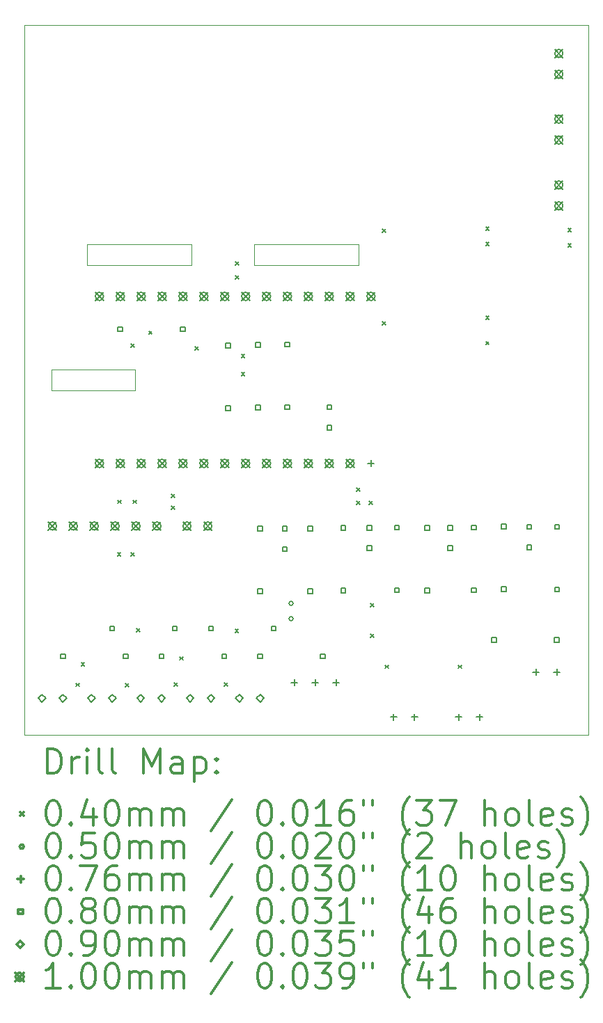
<source format=gbr>
%FSLAX45Y45*%
G04 Gerber Fmt 4.5, Leading zero omitted, Abs format (unit mm)*
G04 Created by KiCad (PCBNEW (5.1.4)-1) date 2019-12-06 09:41:00*
%MOMM*%
%LPD*%
G04 APERTURE LIST*
%ADD10C,0.100000*%
%ADD11C,0.200000*%
%ADD12C,0.300000*%
G04 APERTURE END LIST*
D10*
X4032600Y-4667000D02*
X4032600Y-4921000D01*
X2762600Y-4667000D02*
X2762600Y-4921000D01*
X2762600Y-4667000D02*
X4032600Y-4667000D01*
X2762600Y-4921000D02*
X4032600Y-4921000D01*
X4794000Y-4921000D02*
X4794000Y-4667000D01*
X6064000Y-4667000D02*
X6064000Y-4921000D01*
X4794000Y-4667000D02*
X6064000Y-4667000D01*
X4794000Y-4921000D02*
X6064000Y-4921000D01*
X2330200Y-6445000D02*
X3346200Y-6445000D01*
X3346200Y-6191000D02*
X2330200Y-6191000D01*
X2330200Y-6191000D02*
X2330200Y-6445000D01*
X2000000Y-10636000D02*
X8858000Y-10636000D01*
X8858000Y-2000000D02*
X8858000Y-10636000D01*
X2000000Y-2000000D02*
X2000000Y-10636000D01*
X3346200Y-6191000D02*
X3346200Y-6445000D01*
X2000000Y-2000000D02*
X8858000Y-2000000D01*
D11*
X2628000Y-10008000D02*
X2668000Y-10048000D01*
X2668000Y-10008000D02*
X2628000Y-10048000D01*
X2693000Y-9755000D02*
X2733000Y-9795000D01*
X2733000Y-9755000D02*
X2693000Y-9795000D01*
X3132000Y-8423000D02*
X3172000Y-8463000D01*
X3172000Y-8423000D02*
X3132000Y-8463000D01*
X3137000Y-7780000D02*
X3177000Y-7820000D01*
X3177000Y-7780000D02*
X3137000Y-7820000D01*
X3228000Y-10009000D02*
X3268000Y-10049000D01*
X3268000Y-10009000D02*
X3228000Y-10049000D01*
X3300000Y-5882000D02*
X3340000Y-5922000D01*
X3340000Y-5882000D02*
X3300000Y-5922000D01*
X3301000Y-8423000D02*
X3341000Y-8463000D01*
X3341000Y-8423000D02*
X3301000Y-8463000D01*
X3301000Y-8423000D02*
X3341000Y-8463000D01*
X3341000Y-8423000D02*
X3301000Y-8463000D01*
X3322000Y-7780000D02*
X3362000Y-7820000D01*
X3362000Y-7780000D02*
X3322000Y-7820000D01*
X3368000Y-9345000D02*
X3408000Y-9385000D01*
X3408000Y-9345000D02*
X3368000Y-9385000D01*
X3514000Y-5723000D02*
X3554000Y-5763000D01*
X3554000Y-5723000D02*
X3514000Y-5763000D01*
X3789000Y-7707000D02*
X3829000Y-7747000D01*
X3829000Y-7707000D02*
X3789000Y-7747000D01*
X3789000Y-7852500D02*
X3829000Y-7892500D01*
X3829000Y-7852500D02*
X3789000Y-7892500D01*
X3822000Y-10001000D02*
X3862000Y-10041000D01*
X3862000Y-10001000D02*
X3822000Y-10041000D01*
X3889000Y-9685000D02*
X3929000Y-9725000D01*
X3929000Y-9685000D02*
X3889000Y-9725000D01*
X4075000Y-5912000D02*
X4115000Y-5952000D01*
X4115000Y-5912000D02*
X4075000Y-5952000D01*
X4431000Y-10005000D02*
X4471000Y-10045000D01*
X4471000Y-10005000D02*
X4431000Y-10045000D01*
X4565000Y-9354000D02*
X4605000Y-9394000D01*
X4605000Y-9354000D02*
X4565000Y-9394000D01*
X4567000Y-4879000D02*
X4607000Y-4919000D01*
X4607000Y-4879000D02*
X4567000Y-4919000D01*
X4567000Y-5051500D02*
X4607000Y-5091500D01*
X4607000Y-5051500D02*
X4567000Y-5091500D01*
X4640000Y-6010000D02*
X4680000Y-6050000D01*
X4680000Y-6010000D02*
X4640000Y-6050000D01*
X4640000Y-6230000D02*
X4680000Y-6270000D01*
X4680000Y-6230000D02*
X4640000Y-6270000D01*
X6044000Y-7635000D02*
X6084000Y-7675000D01*
X6084000Y-7635000D02*
X6044000Y-7675000D01*
X6044000Y-7792500D02*
X6084000Y-7832500D01*
X6084000Y-7792500D02*
X6044000Y-7832500D01*
X6196000Y-7792500D02*
X6236000Y-7832500D01*
X6236000Y-7792500D02*
X6196000Y-7832500D01*
X6213000Y-9036000D02*
X6253000Y-9076000D01*
X6253000Y-9036000D02*
X6213000Y-9076000D01*
X6213000Y-9409000D02*
X6253000Y-9449000D01*
X6253000Y-9409000D02*
X6213000Y-9449000D01*
X6355000Y-5609000D02*
X6395000Y-5649000D01*
X6395000Y-5609000D02*
X6355000Y-5649000D01*
X6356000Y-4486000D02*
X6396000Y-4526000D01*
X6396000Y-4486000D02*
X6356000Y-4526000D01*
X6390000Y-9788000D02*
X6430000Y-9828000D01*
X6430000Y-9788000D02*
X6390000Y-9828000D01*
X7277000Y-9788000D02*
X7317000Y-9828000D01*
X7317000Y-9788000D02*
X7277000Y-9828000D01*
X7611000Y-4455000D02*
X7651000Y-4495000D01*
X7651000Y-4455000D02*
X7611000Y-4495000D01*
X7611000Y-4642000D02*
X7651000Y-4682000D01*
X7651000Y-4642000D02*
X7611000Y-4682000D01*
X7611000Y-5539000D02*
X7651000Y-5579000D01*
X7651000Y-5539000D02*
X7611000Y-5579000D01*
X7611000Y-5850000D02*
X7651000Y-5890000D01*
X7651000Y-5850000D02*
X7611000Y-5890000D01*
X8611000Y-4476000D02*
X8651000Y-4516000D01*
X8651000Y-4476000D02*
X8611000Y-4516000D01*
X8611000Y-4661000D02*
X8651000Y-4701000D01*
X8651000Y-4661000D02*
X8611000Y-4701000D01*
X5268500Y-9036500D02*
G75*
G03X5268500Y-9036500I-25000J0D01*
G01*
X5268500Y-9223500D02*
G75*
G03X5268500Y-9223500I-25000J0D01*
G01*
X6216500Y-7295900D02*
X6216500Y-7372100D01*
X6178400Y-7334000D02*
X6254600Y-7334000D01*
X5286000Y-9961900D02*
X5286000Y-10038100D01*
X5247900Y-10000000D02*
X5324100Y-10000000D01*
X5540000Y-9961900D02*
X5540000Y-10038100D01*
X5501900Y-10000000D02*
X5578100Y-10000000D01*
X5794000Y-9961900D02*
X5794000Y-10038100D01*
X5755900Y-10000000D02*
X5832100Y-10000000D01*
X6493000Y-10381900D02*
X6493000Y-10458100D01*
X6454900Y-10420000D02*
X6531100Y-10420000D01*
X6747000Y-10381900D02*
X6747000Y-10458100D01*
X6708900Y-10420000D02*
X6785100Y-10420000D01*
X8223000Y-9834400D02*
X8223000Y-9910600D01*
X8184900Y-9872500D02*
X8261100Y-9872500D01*
X8477000Y-9834400D02*
X8477000Y-9910600D01*
X8438900Y-9872500D02*
X8515100Y-9872500D01*
X7283000Y-10381900D02*
X7283000Y-10458100D01*
X7244900Y-10420000D02*
X7321100Y-10420000D01*
X7537000Y-10381900D02*
X7537000Y-10458100D01*
X7498900Y-10420000D02*
X7575100Y-10420000D01*
X4897285Y-8154284D02*
X4897285Y-8097715D01*
X4840716Y-8097715D01*
X4840716Y-8154284D01*
X4897285Y-8154284D01*
X4897285Y-8916285D02*
X4897285Y-8859716D01*
X4840716Y-8859716D01*
X4840716Y-8916285D01*
X4897285Y-8916285D01*
X4298285Y-9369285D02*
X4298285Y-9312716D01*
X4241716Y-9312716D01*
X4241716Y-9369285D01*
X4298285Y-9369285D01*
X5060285Y-9369285D02*
X5060285Y-9312716D01*
X5003716Y-9312716D01*
X5003716Y-9369285D01*
X5060285Y-9369285D01*
X7743284Y-9508285D02*
X7743284Y-9451716D01*
X7686715Y-9451716D01*
X7686715Y-9508285D01*
X7743284Y-9508285D01*
X8505285Y-9508285D02*
X8505285Y-9451716D01*
X8448716Y-9451716D01*
X8448716Y-9508285D01*
X8505285Y-9508285D01*
X4898285Y-9709285D02*
X4898285Y-9652716D01*
X4841716Y-9652716D01*
X4841716Y-9709285D01*
X4898285Y-9709285D01*
X5660284Y-9709285D02*
X5660284Y-9652716D01*
X5603715Y-9652716D01*
X5603715Y-9709285D01*
X5660284Y-9709285D01*
X2498285Y-9708285D02*
X2498285Y-9651716D01*
X2441716Y-9651716D01*
X2441716Y-9708285D01*
X2498285Y-9708285D01*
X3260284Y-9708285D02*
X3260284Y-9651716D01*
X3203715Y-9651716D01*
X3203715Y-9708285D01*
X3260284Y-9708285D01*
X3698284Y-9708285D02*
X3698284Y-9651716D01*
X3641715Y-9651716D01*
X3641715Y-9708285D01*
X3698284Y-9708285D01*
X4460285Y-9708285D02*
X4460285Y-9651716D01*
X4403716Y-9651716D01*
X4403716Y-9708285D01*
X4460285Y-9708285D01*
X8507285Y-8134284D02*
X8507285Y-8077715D01*
X8450716Y-8077715D01*
X8450716Y-8134284D01*
X8507285Y-8134284D01*
X8507285Y-8896285D02*
X8507285Y-8839716D01*
X8450716Y-8839716D01*
X8450716Y-8896285D01*
X8507285Y-8896285D01*
X7207284Y-8144284D02*
X7207284Y-8087715D01*
X7150715Y-8087715D01*
X7150715Y-8144284D01*
X7207284Y-8144284D01*
X7207284Y-8394285D02*
X7207284Y-8337715D01*
X7150715Y-8337715D01*
X7150715Y-8394285D01*
X7207284Y-8394285D01*
X5738284Y-6678284D02*
X5738284Y-6621715D01*
X5681715Y-6621715D01*
X5681715Y-6678284D01*
X5738284Y-6678284D01*
X5738284Y-6928284D02*
X5738284Y-6871715D01*
X5681715Y-6871715D01*
X5681715Y-6928284D01*
X5738284Y-6928284D01*
X5907284Y-8144284D02*
X5907284Y-8087715D01*
X5850715Y-8087715D01*
X5850715Y-8144284D01*
X5907284Y-8144284D01*
X5907284Y-8906285D02*
X5907284Y-8849716D01*
X5850715Y-8849716D01*
X5850715Y-8906285D01*
X5907284Y-8906285D01*
X5228285Y-5916284D02*
X5228285Y-5859715D01*
X5171716Y-5859715D01*
X5171716Y-5916284D01*
X5228285Y-5916284D01*
X5228285Y-6678284D02*
X5228285Y-6621715D01*
X5171716Y-6621715D01*
X5171716Y-6678284D01*
X5228285Y-6678284D01*
X4508285Y-5926284D02*
X4508285Y-5869715D01*
X4451716Y-5869715D01*
X4451716Y-5926284D01*
X4508285Y-5926284D01*
X4508285Y-6688284D02*
X4508285Y-6631715D01*
X4451716Y-6631715D01*
X4451716Y-6688284D01*
X4508285Y-6688284D01*
X5507285Y-8152284D02*
X5507285Y-8095715D01*
X5450716Y-8095715D01*
X5450716Y-8152284D01*
X5507285Y-8152284D01*
X5507285Y-8914285D02*
X5507285Y-8857716D01*
X5450716Y-8857716D01*
X5450716Y-8914285D01*
X5507285Y-8914285D01*
X7857284Y-8132284D02*
X7857284Y-8075715D01*
X7800715Y-8075715D01*
X7800715Y-8132284D01*
X7857284Y-8132284D01*
X7857284Y-8894285D02*
X7857284Y-8837716D01*
X7800715Y-8837716D01*
X7800715Y-8894285D01*
X7857284Y-8894285D01*
X5197285Y-8154284D02*
X5197285Y-8097715D01*
X5140716Y-8097715D01*
X5140716Y-8154284D01*
X5197285Y-8154284D01*
X5197285Y-8404285D02*
X5197285Y-8347715D01*
X5140716Y-8347715D01*
X5140716Y-8404285D01*
X5197285Y-8404285D01*
X4868285Y-5918284D02*
X4868285Y-5861715D01*
X4811716Y-5861715D01*
X4811716Y-5918284D01*
X4868285Y-5918284D01*
X4868285Y-6680284D02*
X4868285Y-6623715D01*
X4811716Y-6623715D01*
X4811716Y-6680284D01*
X4868285Y-6680284D01*
X8167284Y-8134284D02*
X8167284Y-8077715D01*
X8110715Y-8077715D01*
X8110715Y-8134284D01*
X8167284Y-8134284D01*
X8167284Y-8384284D02*
X8167284Y-8327715D01*
X8110715Y-8327715D01*
X8110715Y-8384284D01*
X8167284Y-8384284D01*
X7497284Y-8142284D02*
X7497284Y-8085715D01*
X7440715Y-8085715D01*
X7440715Y-8142284D01*
X7497284Y-8142284D01*
X7497284Y-8904285D02*
X7497284Y-8847716D01*
X7440715Y-8847716D01*
X7440715Y-8904285D01*
X7497284Y-8904285D01*
X3097284Y-9371285D02*
X3097284Y-9314716D01*
X3040715Y-9314716D01*
X3040715Y-9371285D01*
X3097284Y-9371285D01*
X3859284Y-9371285D02*
X3859284Y-9314716D01*
X3802715Y-9314716D01*
X3802715Y-9371285D01*
X3859284Y-9371285D01*
X6558284Y-8143284D02*
X6558284Y-8086715D01*
X6501715Y-8086715D01*
X6501715Y-8143284D01*
X6558284Y-8143284D01*
X6558284Y-8905285D02*
X6558284Y-8848716D01*
X6501715Y-8848716D01*
X6501715Y-8905285D01*
X6558284Y-8905285D01*
X6927284Y-8144284D02*
X6927284Y-8087715D01*
X6870715Y-8087715D01*
X6870715Y-8144284D01*
X6927284Y-8144284D01*
X6927284Y-8906285D02*
X6927284Y-8849716D01*
X6870715Y-8849716D01*
X6870715Y-8906285D01*
X6927284Y-8906285D01*
X3196284Y-5728284D02*
X3196284Y-5671715D01*
X3139715Y-5671715D01*
X3139715Y-5728284D01*
X3196284Y-5728284D01*
X3958284Y-5728284D02*
X3958284Y-5671715D01*
X3901715Y-5671715D01*
X3901715Y-5728284D01*
X3958284Y-5728284D01*
X6227284Y-8144284D02*
X6227284Y-8087715D01*
X6170715Y-8087715D01*
X6170715Y-8144284D01*
X6227284Y-8144284D01*
X6227284Y-8394285D02*
X6227284Y-8337715D01*
X6170715Y-8337715D01*
X6170715Y-8394285D01*
X6227284Y-8394285D01*
X2216000Y-10235000D02*
X2261000Y-10190000D01*
X2216000Y-10145000D01*
X2171000Y-10190000D01*
X2216000Y-10235000D01*
X2470000Y-10235000D02*
X2515000Y-10190000D01*
X2470000Y-10145000D01*
X2425000Y-10190000D01*
X2470000Y-10235000D01*
X4016000Y-10235000D02*
X4061000Y-10190000D01*
X4016000Y-10145000D01*
X3971000Y-10190000D01*
X4016000Y-10235000D01*
X4270000Y-10235000D02*
X4315000Y-10190000D01*
X4270000Y-10145000D01*
X4225000Y-10190000D01*
X4270000Y-10235000D01*
X4616000Y-10235000D02*
X4661000Y-10190000D01*
X4616000Y-10145000D01*
X4571000Y-10190000D01*
X4616000Y-10235000D01*
X4870000Y-10235000D02*
X4915000Y-10190000D01*
X4870000Y-10145000D01*
X4825000Y-10190000D01*
X4870000Y-10235000D01*
X2816000Y-10235000D02*
X2861000Y-10190000D01*
X2816000Y-10145000D01*
X2771000Y-10190000D01*
X2816000Y-10235000D01*
X3070000Y-10235000D02*
X3115000Y-10190000D01*
X3070000Y-10145000D01*
X3025000Y-10190000D01*
X3070000Y-10235000D01*
X3416000Y-10235000D02*
X3461000Y-10190000D01*
X3416000Y-10145000D01*
X3371000Y-10190000D01*
X3416000Y-10235000D01*
X3670000Y-10235000D02*
X3715000Y-10190000D01*
X3670000Y-10145000D01*
X3625000Y-10190000D01*
X3670000Y-10235000D01*
X2293000Y-8046000D02*
X2393000Y-8146000D01*
X2393000Y-8046000D02*
X2293000Y-8146000D01*
X2393000Y-8096000D02*
G75*
G03X2393000Y-8096000I-50000J0D01*
G01*
X2547000Y-8046000D02*
X2647000Y-8146000D01*
X2647000Y-8046000D02*
X2547000Y-8146000D01*
X2647000Y-8096000D02*
G75*
G03X2647000Y-8096000I-50000J0D01*
G01*
X2801000Y-8046000D02*
X2901000Y-8146000D01*
X2901000Y-8046000D02*
X2801000Y-8146000D01*
X2901000Y-8096000D02*
G75*
G03X2901000Y-8096000I-50000J0D01*
G01*
X3055000Y-8046000D02*
X3155000Y-8146000D01*
X3155000Y-8046000D02*
X3055000Y-8146000D01*
X3155000Y-8096000D02*
G75*
G03X3155000Y-8096000I-50000J0D01*
G01*
X3309000Y-8046000D02*
X3409000Y-8146000D01*
X3409000Y-8046000D02*
X3309000Y-8146000D01*
X3409000Y-8096000D02*
G75*
G03X3409000Y-8096000I-50000J0D01*
G01*
X3563000Y-8046000D02*
X3663000Y-8146000D01*
X3663000Y-8046000D02*
X3563000Y-8146000D01*
X3663000Y-8096000D02*
G75*
G03X3663000Y-8096000I-50000J0D01*
G01*
X3929000Y-8046000D02*
X4029000Y-8146000D01*
X4029000Y-8046000D02*
X3929000Y-8146000D01*
X4029000Y-8096000D02*
G75*
G03X4029000Y-8096000I-50000J0D01*
G01*
X4183000Y-8046000D02*
X4283000Y-8146000D01*
X4283000Y-8046000D02*
X4183000Y-8146000D01*
X4283000Y-8096000D02*
G75*
G03X4283000Y-8096000I-50000J0D01*
G01*
X8450000Y-3096000D02*
X8550000Y-3196000D01*
X8550000Y-3096000D02*
X8450000Y-3196000D01*
X8550000Y-3146000D02*
G75*
G03X8550000Y-3146000I-50000J0D01*
G01*
X8450000Y-3350000D02*
X8550000Y-3450000D01*
X8550000Y-3350000D02*
X8450000Y-3450000D01*
X8550000Y-3400000D02*
G75*
G03X8550000Y-3400000I-50000J0D01*
G01*
X8450000Y-2296000D02*
X8550000Y-2396000D01*
X8550000Y-2296000D02*
X8450000Y-2396000D01*
X8550000Y-2346000D02*
G75*
G03X8550000Y-2346000I-50000J0D01*
G01*
X8450000Y-2550000D02*
X8550000Y-2650000D01*
X8550000Y-2550000D02*
X8450000Y-2650000D01*
X8550000Y-2600000D02*
G75*
G03X8550000Y-2600000I-50000J0D01*
G01*
X2864500Y-5252000D02*
X2964500Y-5352000D01*
X2964500Y-5252000D02*
X2864500Y-5352000D01*
X2964500Y-5302000D02*
G75*
G03X2964500Y-5302000I-50000J0D01*
G01*
X2864500Y-7284000D02*
X2964500Y-7384000D01*
X2964500Y-7284000D02*
X2864500Y-7384000D01*
X2964500Y-7334000D02*
G75*
G03X2964500Y-7334000I-50000J0D01*
G01*
X3118500Y-5252000D02*
X3218500Y-5352000D01*
X3218500Y-5252000D02*
X3118500Y-5352000D01*
X3218500Y-5302000D02*
G75*
G03X3218500Y-5302000I-50000J0D01*
G01*
X3118500Y-7284000D02*
X3218500Y-7384000D01*
X3218500Y-7284000D02*
X3118500Y-7384000D01*
X3218500Y-7334000D02*
G75*
G03X3218500Y-7334000I-50000J0D01*
G01*
X3372500Y-5252000D02*
X3472500Y-5352000D01*
X3472500Y-5252000D02*
X3372500Y-5352000D01*
X3472500Y-5302000D02*
G75*
G03X3472500Y-5302000I-50000J0D01*
G01*
X3372500Y-7284000D02*
X3472500Y-7384000D01*
X3472500Y-7284000D02*
X3372500Y-7384000D01*
X3472500Y-7334000D02*
G75*
G03X3472500Y-7334000I-50000J0D01*
G01*
X3626500Y-5252000D02*
X3726500Y-5352000D01*
X3726500Y-5252000D02*
X3626500Y-5352000D01*
X3726500Y-5302000D02*
G75*
G03X3726500Y-5302000I-50000J0D01*
G01*
X3626500Y-7284000D02*
X3726500Y-7384000D01*
X3726500Y-7284000D02*
X3626500Y-7384000D01*
X3726500Y-7334000D02*
G75*
G03X3726500Y-7334000I-50000J0D01*
G01*
X3880500Y-5252000D02*
X3980500Y-5352000D01*
X3980500Y-5252000D02*
X3880500Y-5352000D01*
X3980500Y-5302000D02*
G75*
G03X3980500Y-5302000I-50000J0D01*
G01*
X3880500Y-7284000D02*
X3980500Y-7384000D01*
X3980500Y-7284000D02*
X3880500Y-7384000D01*
X3980500Y-7334000D02*
G75*
G03X3980500Y-7334000I-50000J0D01*
G01*
X4134500Y-5252000D02*
X4234500Y-5352000D01*
X4234500Y-5252000D02*
X4134500Y-5352000D01*
X4234500Y-5302000D02*
G75*
G03X4234500Y-5302000I-50000J0D01*
G01*
X4134500Y-7284000D02*
X4234500Y-7384000D01*
X4234500Y-7284000D02*
X4134500Y-7384000D01*
X4234500Y-7334000D02*
G75*
G03X4234500Y-7334000I-50000J0D01*
G01*
X4388500Y-5252000D02*
X4488500Y-5352000D01*
X4488500Y-5252000D02*
X4388500Y-5352000D01*
X4488500Y-5302000D02*
G75*
G03X4488500Y-5302000I-50000J0D01*
G01*
X4388500Y-7284000D02*
X4488500Y-7384000D01*
X4488500Y-7284000D02*
X4388500Y-7384000D01*
X4488500Y-7334000D02*
G75*
G03X4488500Y-7334000I-50000J0D01*
G01*
X4642500Y-5252000D02*
X4742500Y-5352000D01*
X4742500Y-5252000D02*
X4642500Y-5352000D01*
X4742500Y-5302000D02*
G75*
G03X4742500Y-5302000I-50000J0D01*
G01*
X4642500Y-7284000D02*
X4742500Y-7384000D01*
X4742500Y-7284000D02*
X4642500Y-7384000D01*
X4742500Y-7334000D02*
G75*
G03X4742500Y-7334000I-50000J0D01*
G01*
X4896500Y-5252000D02*
X4996500Y-5352000D01*
X4996500Y-5252000D02*
X4896500Y-5352000D01*
X4996500Y-5302000D02*
G75*
G03X4996500Y-5302000I-50000J0D01*
G01*
X4896500Y-7284000D02*
X4996500Y-7384000D01*
X4996500Y-7284000D02*
X4896500Y-7384000D01*
X4996500Y-7334000D02*
G75*
G03X4996500Y-7334000I-50000J0D01*
G01*
X5150500Y-5252000D02*
X5250500Y-5352000D01*
X5250500Y-5252000D02*
X5150500Y-5352000D01*
X5250500Y-5302000D02*
G75*
G03X5250500Y-5302000I-50000J0D01*
G01*
X5150500Y-7284000D02*
X5250500Y-7384000D01*
X5250500Y-7284000D02*
X5150500Y-7384000D01*
X5250500Y-7334000D02*
G75*
G03X5250500Y-7334000I-50000J0D01*
G01*
X5404500Y-5252000D02*
X5504500Y-5352000D01*
X5504500Y-5252000D02*
X5404500Y-5352000D01*
X5504500Y-5302000D02*
G75*
G03X5504500Y-5302000I-50000J0D01*
G01*
X5404500Y-7284000D02*
X5504500Y-7384000D01*
X5504500Y-7284000D02*
X5404500Y-7384000D01*
X5504500Y-7334000D02*
G75*
G03X5504500Y-7334000I-50000J0D01*
G01*
X5658500Y-5252000D02*
X5758500Y-5352000D01*
X5758500Y-5252000D02*
X5658500Y-5352000D01*
X5758500Y-5302000D02*
G75*
G03X5758500Y-5302000I-50000J0D01*
G01*
X5658500Y-7284000D02*
X5758500Y-7384000D01*
X5758500Y-7284000D02*
X5658500Y-7384000D01*
X5758500Y-7334000D02*
G75*
G03X5758500Y-7334000I-50000J0D01*
G01*
X5912500Y-5252000D02*
X6012500Y-5352000D01*
X6012500Y-5252000D02*
X5912500Y-5352000D01*
X6012500Y-5302000D02*
G75*
G03X6012500Y-5302000I-50000J0D01*
G01*
X5912500Y-7284000D02*
X6012500Y-7384000D01*
X6012500Y-7284000D02*
X5912500Y-7384000D01*
X6012500Y-7334000D02*
G75*
G03X6012500Y-7334000I-50000J0D01*
G01*
X6166500Y-5252000D02*
X6266500Y-5352000D01*
X6266500Y-5252000D02*
X6166500Y-5352000D01*
X6266500Y-5302000D02*
G75*
G03X6266500Y-5302000I-50000J0D01*
G01*
X8450000Y-3896000D02*
X8550000Y-3996000D01*
X8550000Y-3896000D02*
X8450000Y-3996000D01*
X8550000Y-3946000D02*
G75*
G03X8550000Y-3946000I-50000J0D01*
G01*
X8450000Y-4150000D02*
X8550000Y-4250000D01*
X8550000Y-4150000D02*
X8450000Y-4250000D01*
X8550000Y-4200000D02*
G75*
G03X8550000Y-4200000I-50000J0D01*
G01*
D12*
X2281428Y-11106714D02*
X2281428Y-10806714D01*
X2352857Y-10806714D01*
X2395714Y-10821000D01*
X2424286Y-10849572D01*
X2438571Y-10878143D01*
X2452857Y-10935286D01*
X2452857Y-10978143D01*
X2438571Y-11035286D01*
X2424286Y-11063857D01*
X2395714Y-11092429D01*
X2352857Y-11106714D01*
X2281428Y-11106714D01*
X2581428Y-11106714D02*
X2581428Y-10906714D01*
X2581428Y-10963857D02*
X2595714Y-10935286D01*
X2610000Y-10921000D01*
X2638571Y-10906714D01*
X2667143Y-10906714D01*
X2767143Y-11106714D02*
X2767143Y-10906714D01*
X2767143Y-10806714D02*
X2752857Y-10821000D01*
X2767143Y-10835286D01*
X2781428Y-10821000D01*
X2767143Y-10806714D01*
X2767143Y-10835286D01*
X2952857Y-11106714D02*
X2924286Y-11092429D01*
X2910000Y-11063857D01*
X2910000Y-10806714D01*
X3110000Y-11106714D02*
X3081428Y-11092429D01*
X3067143Y-11063857D01*
X3067143Y-10806714D01*
X3452857Y-11106714D02*
X3452857Y-10806714D01*
X3552857Y-11021000D01*
X3652857Y-10806714D01*
X3652857Y-11106714D01*
X3924286Y-11106714D02*
X3924286Y-10949572D01*
X3910000Y-10921000D01*
X3881428Y-10906714D01*
X3824286Y-10906714D01*
X3795714Y-10921000D01*
X3924286Y-11092429D02*
X3895714Y-11106714D01*
X3824286Y-11106714D01*
X3795714Y-11092429D01*
X3781428Y-11063857D01*
X3781428Y-11035286D01*
X3795714Y-11006714D01*
X3824286Y-10992429D01*
X3895714Y-10992429D01*
X3924286Y-10978143D01*
X4067143Y-10906714D02*
X4067143Y-11206714D01*
X4067143Y-10921000D02*
X4095714Y-10906714D01*
X4152857Y-10906714D01*
X4181428Y-10921000D01*
X4195714Y-10935286D01*
X4210000Y-10963857D01*
X4210000Y-11049572D01*
X4195714Y-11078143D01*
X4181428Y-11092429D01*
X4152857Y-11106714D01*
X4095714Y-11106714D01*
X4067143Y-11092429D01*
X4338571Y-11078143D02*
X4352857Y-11092429D01*
X4338571Y-11106714D01*
X4324286Y-11092429D01*
X4338571Y-11078143D01*
X4338571Y-11106714D01*
X4338571Y-10921000D02*
X4352857Y-10935286D01*
X4338571Y-10949572D01*
X4324286Y-10935286D01*
X4338571Y-10921000D01*
X4338571Y-10949572D01*
X1955000Y-11581000D02*
X1995000Y-11621000D01*
X1995000Y-11581000D02*
X1955000Y-11621000D01*
X2338571Y-11436714D02*
X2367143Y-11436714D01*
X2395714Y-11451000D01*
X2410000Y-11465286D01*
X2424286Y-11493857D01*
X2438571Y-11551000D01*
X2438571Y-11622429D01*
X2424286Y-11679571D01*
X2410000Y-11708143D01*
X2395714Y-11722429D01*
X2367143Y-11736714D01*
X2338571Y-11736714D01*
X2310000Y-11722429D01*
X2295714Y-11708143D01*
X2281428Y-11679571D01*
X2267143Y-11622429D01*
X2267143Y-11551000D01*
X2281428Y-11493857D01*
X2295714Y-11465286D01*
X2310000Y-11451000D01*
X2338571Y-11436714D01*
X2567143Y-11708143D02*
X2581428Y-11722429D01*
X2567143Y-11736714D01*
X2552857Y-11722429D01*
X2567143Y-11708143D01*
X2567143Y-11736714D01*
X2838571Y-11536714D02*
X2838571Y-11736714D01*
X2767143Y-11422429D02*
X2695714Y-11636714D01*
X2881428Y-11636714D01*
X3052857Y-11436714D02*
X3081428Y-11436714D01*
X3110000Y-11451000D01*
X3124286Y-11465286D01*
X3138571Y-11493857D01*
X3152857Y-11551000D01*
X3152857Y-11622429D01*
X3138571Y-11679571D01*
X3124286Y-11708143D01*
X3110000Y-11722429D01*
X3081428Y-11736714D01*
X3052857Y-11736714D01*
X3024286Y-11722429D01*
X3010000Y-11708143D01*
X2995714Y-11679571D01*
X2981428Y-11622429D01*
X2981428Y-11551000D01*
X2995714Y-11493857D01*
X3010000Y-11465286D01*
X3024286Y-11451000D01*
X3052857Y-11436714D01*
X3281428Y-11736714D02*
X3281428Y-11536714D01*
X3281428Y-11565286D02*
X3295714Y-11551000D01*
X3324286Y-11536714D01*
X3367143Y-11536714D01*
X3395714Y-11551000D01*
X3410000Y-11579571D01*
X3410000Y-11736714D01*
X3410000Y-11579571D02*
X3424286Y-11551000D01*
X3452857Y-11536714D01*
X3495714Y-11536714D01*
X3524286Y-11551000D01*
X3538571Y-11579571D01*
X3538571Y-11736714D01*
X3681428Y-11736714D02*
X3681428Y-11536714D01*
X3681428Y-11565286D02*
X3695714Y-11551000D01*
X3724286Y-11536714D01*
X3767143Y-11536714D01*
X3795714Y-11551000D01*
X3810000Y-11579571D01*
X3810000Y-11736714D01*
X3810000Y-11579571D02*
X3824286Y-11551000D01*
X3852857Y-11536714D01*
X3895714Y-11536714D01*
X3924286Y-11551000D01*
X3938571Y-11579571D01*
X3938571Y-11736714D01*
X4524286Y-11422429D02*
X4267143Y-11808143D01*
X4910000Y-11436714D02*
X4938571Y-11436714D01*
X4967143Y-11451000D01*
X4981428Y-11465286D01*
X4995714Y-11493857D01*
X5010000Y-11551000D01*
X5010000Y-11622429D01*
X4995714Y-11679571D01*
X4981428Y-11708143D01*
X4967143Y-11722429D01*
X4938571Y-11736714D01*
X4910000Y-11736714D01*
X4881428Y-11722429D01*
X4867143Y-11708143D01*
X4852857Y-11679571D01*
X4838571Y-11622429D01*
X4838571Y-11551000D01*
X4852857Y-11493857D01*
X4867143Y-11465286D01*
X4881428Y-11451000D01*
X4910000Y-11436714D01*
X5138571Y-11708143D02*
X5152857Y-11722429D01*
X5138571Y-11736714D01*
X5124286Y-11722429D01*
X5138571Y-11708143D01*
X5138571Y-11736714D01*
X5338571Y-11436714D02*
X5367143Y-11436714D01*
X5395714Y-11451000D01*
X5410000Y-11465286D01*
X5424286Y-11493857D01*
X5438571Y-11551000D01*
X5438571Y-11622429D01*
X5424286Y-11679571D01*
X5410000Y-11708143D01*
X5395714Y-11722429D01*
X5367143Y-11736714D01*
X5338571Y-11736714D01*
X5310000Y-11722429D01*
X5295714Y-11708143D01*
X5281428Y-11679571D01*
X5267143Y-11622429D01*
X5267143Y-11551000D01*
X5281428Y-11493857D01*
X5295714Y-11465286D01*
X5310000Y-11451000D01*
X5338571Y-11436714D01*
X5724286Y-11736714D02*
X5552857Y-11736714D01*
X5638571Y-11736714D02*
X5638571Y-11436714D01*
X5610000Y-11479571D01*
X5581428Y-11508143D01*
X5552857Y-11522429D01*
X5981428Y-11436714D02*
X5924286Y-11436714D01*
X5895714Y-11451000D01*
X5881428Y-11465286D01*
X5852857Y-11508143D01*
X5838571Y-11565286D01*
X5838571Y-11679571D01*
X5852857Y-11708143D01*
X5867143Y-11722429D01*
X5895714Y-11736714D01*
X5952857Y-11736714D01*
X5981428Y-11722429D01*
X5995714Y-11708143D01*
X6010000Y-11679571D01*
X6010000Y-11608143D01*
X5995714Y-11579571D01*
X5981428Y-11565286D01*
X5952857Y-11551000D01*
X5895714Y-11551000D01*
X5867143Y-11565286D01*
X5852857Y-11579571D01*
X5838571Y-11608143D01*
X6124286Y-11436714D02*
X6124286Y-11493857D01*
X6238571Y-11436714D02*
X6238571Y-11493857D01*
X6681428Y-11851000D02*
X6667143Y-11836714D01*
X6638571Y-11793857D01*
X6624286Y-11765286D01*
X6610000Y-11722429D01*
X6595714Y-11651000D01*
X6595714Y-11593857D01*
X6610000Y-11522429D01*
X6624286Y-11479571D01*
X6638571Y-11451000D01*
X6667143Y-11408143D01*
X6681428Y-11393857D01*
X6767143Y-11436714D02*
X6952857Y-11436714D01*
X6852857Y-11551000D01*
X6895714Y-11551000D01*
X6924286Y-11565286D01*
X6938571Y-11579571D01*
X6952857Y-11608143D01*
X6952857Y-11679571D01*
X6938571Y-11708143D01*
X6924286Y-11722429D01*
X6895714Y-11736714D01*
X6810000Y-11736714D01*
X6781428Y-11722429D01*
X6767143Y-11708143D01*
X7052857Y-11436714D02*
X7252857Y-11436714D01*
X7124286Y-11736714D01*
X7595714Y-11736714D02*
X7595714Y-11436714D01*
X7724286Y-11736714D02*
X7724286Y-11579571D01*
X7710000Y-11551000D01*
X7681428Y-11536714D01*
X7638571Y-11536714D01*
X7610000Y-11551000D01*
X7595714Y-11565286D01*
X7910000Y-11736714D02*
X7881428Y-11722429D01*
X7867143Y-11708143D01*
X7852857Y-11679571D01*
X7852857Y-11593857D01*
X7867143Y-11565286D01*
X7881428Y-11551000D01*
X7910000Y-11536714D01*
X7952857Y-11536714D01*
X7981428Y-11551000D01*
X7995714Y-11565286D01*
X8010000Y-11593857D01*
X8010000Y-11679571D01*
X7995714Y-11708143D01*
X7981428Y-11722429D01*
X7952857Y-11736714D01*
X7910000Y-11736714D01*
X8181428Y-11736714D02*
X8152857Y-11722429D01*
X8138571Y-11693857D01*
X8138571Y-11436714D01*
X8410000Y-11722429D02*
X8381428Y-11736714D01*
X8324286Y-11736714D01*
X8295714Y-11722429D01*
X8281428Y-11693857D01*
X8281428Y-11579571D01*
X8295714Y-11551000D01*
X8324286Y-11536714D01*
X8381428Y-11536714D01*
X8410000Y-11551000D01*
X8424286Y-11579571D01*
X8424286Y-11608143D01*
X8281428Y-11636714D01*
X8538571Y-11722429D02*
X8567143Y-11736714D01*
X8624286Y-11736714D01*
X8652857Y-11722429D01*
X8667143Y-11693857D01*
X8667143Y-11679571D01*
X8652857Y-11651000D01*
X8624286Y-11636714D01*
X8581428Y-11636714D01*
X8552857Y-11622429D01*
X8538571Y-11593857D01*
X8538571Y-11579571D01*
X8552857Y-11551000D01*
X8581428Y-11536714D01*
X8624286Y-11536714D01*
X8652857Y-11551000D01*
X8767143Y-11851000D02*
X8781428Y-11836714D01*
X8810000Y-11793857D01*
X8824286Y-11765286D01*
X8838571Y-11722429D01*
X8852857Y-11651000D01*
X8852857Y-11593857D01*
X8838571Y-11522429D01*
X8824286Y-11479571D01*
X8810000Y-11451000D01*
X8781428Y-11408143D01*
X8767143Y-11393857D01*
X1995000Y-11997000D02*
G75*
G03X1995000Y-11997000I-25000J0D01*
G01*
X2338571Y-11832714D02*
X2367143Y-11832714D01*
X2395714Y-11847000D01*
X2410000Y-11861286D01*
X2424286Y-11889857D01*
X2438571Y-11947000D01*
X2438571Y-12018429D01*
X2424286Y-12075571D01*
X2410000Y-12104143D01*
X2395714Y-12118429D01*
X2367143Y-12132714D01*
X2338571Y-12132714D01*
X2310000Y-12118429D01*
X2295714Y-12104143D01*
X2281428Y-12075571D01*
X2267143Y-12018429D01*
X2267143Y-11947000D01*
X2281428Y-11889857D01*
X2295714Y-11861286D01*
X2310000Y-11847000D01*
X2338571Y-11832714D01*
X2567143Y-12104143D02*
X2581428Y-12118429D01*
X2567143Y-12132714D01*
X2552857Y-12118429D01*
X2567143Y-12104143D01*
X2567143Y-12132714D01*
X2852857Y-11832714D02*
X2710000Y-11832714D01*
X2695714Y-11975571D01*
X2710000Y-11961286D01*
X2738571Y-11947000D01*
X2810000Y-11947000D01*
X2838571Y-11961286D01*
X2852857Y-11975571D01*
X2867143Y-12004143D01*
X2867143Y-12075571D01*
X2852857Y-12104143D01*
X2838571Y-12118429D01*
X2810000Y-12132714D01*
X2738571Y-12132714D01*
X2710000Y-12118429D01*
X2695714Y-12104143D01*
X3052857Y-11832714D02*
X3081428Y-11832714D01*
X3110000Y-11847000D01*
X3124286Y-11861286D01*
X3138571Y-11889857D01*
X3152857Y-11947000D01*
X3152857Y-12018429D01*
X3138571Y-12075571D01*
X3124286Y-12104143D01*
X3110000Y-12118429D01*
X3081428Y-12132714D01*
X3052857Y-12132714D01*
X3024286Y-12118429D01*
X3010000Y-12104143D01*
X2995714Y-12075571D01*
X2981428Y-12018429D01*
X2981428Y-11947000D01*
X2995714Y-11889857D01*
X3010000Y-11861286D01*
X3024286Y-11847000D01*
X3052857Y-11832714D01*
X3281428Y-12132714D02*
X3281428Y-11932714D01*
X3281428Y-11961286D02*
X3295714Y-11947000D01*
X3324286Y-11932714D01*
X3367143Y-11932714D01*
X3395714Y-11947000D01*
X3410000Y-11975571D01*
X3410000Y-12132714D01*
X3410000Y-11975571D02*
X3424286Y-11947000D01*
X3452857Y-11932714D01*
X3495714Y-11932714D01*
X3524286Y-11947000D01*
X3538571Y-11975571D01*
X3538571Y-12132714D01*
X3681428Y-12132714D02*
X3681428Y-11932714D01*
X3681428Y-11961286D02*
X3695714Y-11947000D01*
X3724286Y-11932714D01*
X3767143Y-11932714D01*
X3795714Y-11947000D01*
X3810000Y-11975571D01*
X3810000Y-12132714D01*
X3810000Y-11975571D02*
X3824286Y-11947000D01*
X3852857Y-11932714D01*
X3895714Y-11932714D01*
X3924286Y-11947000D01*
X3938571Y-11975571D01*
X3938571Y-12132714D01*
X4524286Y-11818429D02*
X4267143Y-12204143D01*
X4910000Y-11832714D02*
X4938571Y-11832714D01*
X4967143Y-11847000D01*
X4981428Y-11861286D01*
X4995714Y-11889857D01*
X5010000Y-11947000D01*
X5010000Y-12018429D01*
X4995714Y-12075571D01*
X4981428Y-12104143D01*
X4967143Y-12118429D01*
X4938571Y-12132714D01*
X4910000Y-12132714D01*
X4881428Y-12118429D01*
X4867143Y-12104143D01*
X4852857Y-12075571D01*
X4838571Y-12018429D01*
X4838571Y-11947000D01*
X4852857Y-11889857D01*
X4867143Y-11861286D01*
X4881428Y-11847000D01*
X4910000Y-11832714D01*
X5138571Y-12104143D02*
X5152857Y-12118429D01*
X5138571Y-12132714D01*
X5124286Y-12118429D01*
X5138571Y-12104143D01*
X5138571Y-12132714D01*
X5338571Y-11832714D02*
X5367143Y-11832714D01*
X5395714Y-11847000D01*
X5410000Y-11861286D01*
X5424286Y-11889857D01*
X5438571Y-11947000D01*
X5438571Y-12018429D01*
X5424286Y-12075571D01*
X5410000Y-12104143D01*
X5395714Y-12118429D01*
X5367143Y-12132714D01*
X5338571Y-12132714D01*
X5310000Y-12118429D01*
X5295714Y-12104143D01*
X5281428Y-12075571D01*
X5267143Y-12018429D01*
X5267143Y-11947000D01*
X5281428Y-11889857D01*
X5295714Y-11861286D01*
X5310000Y-11847000D01*
X5338571Y-11832714D01*
X5552857Y-11861286D02*
X5567143Y-11847000D01*
X5595714Y-11832714D01*
X5667143Y-11832714D01*
X5695714Y-11847000D01*
X5710000Y-11861286D01*
X5724286Y-11889857D01*
X5724286Y-11918429D01*
X5710000Y-11961286D01*
X5538571Y-12132714D01*
X5724286Y-12132714D01*
X5910000Y-11832714D02*
X5938571Y-11832714D01*
X5967143Y-11847000D01*
X5981428Y-11861286D01*
X5995714Y-11889857D01*
X6010000Y-11947000D01*
X6010000Y-12018429D01*
X5995714Y-12075571D01*
X5981428Y-12104143D01*
X5967143Y-12118429D01*
X5938571Y-12132714D01*
X5910000Y-12132714D01*
X5881428Y-12118429D01*
X5867143Y-12104143D01*
X5852857Y-12075571D01*
X5838571Y-12018429D01*
X5838571Y-11947000D01*
X5852857Y-11889857D01*
X5867143Y-11861286D01*
X5881428Y-11847000D01*
X5910000Y-11832714D01*
X6124286Y-11832714D02*
X6124286Y-11889857D01*
X6238571Y-11832714D02*
X6238571Y-11889857D01*
X6681428Y-12247000D02*
X6667143Y-12232714D01*
X6638571Y-12189857D01*
X6624286Y-12161286D01*
X6610000Y-12118429D01*
X6595714Y-12047000D01*
X6595714Y-11989857D01*
X6610000Y-11918429D01*
X6624286Y-11875571D01*
X6638571Y-11847000D01*
X6667143Y-11804143D01*
X6681428Y-11789857D01*
X6781428Y-11861286D02*
X6795714Y-11847000D01*
X6824286Y-11832714D01*
X6895714Y-11832714D01*
X6924286Y-11847000D01*
X6938571Y-11861286D01*
X6952857Y-11889857D01*
X6952857Y-11918429D01*
X6938571Y-11961286D01*
X6767143Y-12132714D01*
X6952857Y-12132714D01*
X7310000Y-12132714D02*
X7310000Y-11832714D01*
X7438571Y-12132714D02*
X7438571Y-11975571D01*
X7424286Y-11947000D01*
X7395714Y-11932714D01*
X7352857Y-11932714D01*
X7324286Y-11947000D01*
X7310000Y-11961286D01*
X7624286Y-12132714D02*
X7595714Y-12118429D01*
X7581428Y-12104143D01*
X7567143Y-12075571D01*
X7567143Y-11989857D01*
X7581428Y-11961286D01*
X7595714Y-11947000D01*
X7624286Y-11932714D01*
X7667143Y-11932714D01*
X7695714Y-11947000D01*
X7710000Y-11961286D01*
X7724286Y-11989857D01*
X7724286Y-12075571D01*
X7710000Y-12104143D01*
X7695714Y-12118429D01*
X7667143Y-12132714D01*
X7624286Y-12132714D01*
X7895714Y-12132714D02*
X7867143Y-12118429D01*
X7852857Y-12089857D01*
X7852857Y-11832714D01*
X8124286Y-12118429D02*
X8095714Y-12132714D01*
X8038571Y-12132714D01*
X8010000Y-12118429D01*
X7995714Y-12089857D01*
X7995714Y-11975571D01*
X8010000Y-11947000D01*
X8038571Y-11932714D01*
X8095714Y-11932714D01*
X8124286Y-11947000D01*
X8138571Y-11975571D01*
X8138571Y-12004143D01*
X7995714Y-12032714D01*
X8252857Y-12118429D02*
X8281428Y-12132714D01*
X8338571Y-12132714D01*
X8367143Y-12118429D01*
X8381428Y-12089857D01*
X8381428Y-12075571D01*
X8367143Y-12047000D01*
X8338571Y-12032714D01*
X8295714Y-12032714D01*
X8267143Y-12018429D01*
X8252857Y-11989857D01*
X8252857Y-11975571D01*
X8267143Y-11947000D01*
X8295714Y-11932714D01*
X8338571Y-11932714D01*
X8367143Y-11947000D01*
X8481428Y-12247000D02*
X8495714Y-12232714D01*
X8524286Y-12189857D01*
X8538571Y-12161286D01*
X8552857Y-12118429D01*
X8567143Y-12047000D01*
X8567143Y-11989857D01*
X8552857Y-11918429D01*
X8538571Y-11875571D01*
X8524286Y-11847000D01*
X8495714Y-11804143D01*
X8481428Y-11789857D01*
X1956900Y-12354900D02*
X1956900Y-12431100D01*
X1918800Y-12393000D02*
X1995000Y-12393000D01*
X2338571Y-12228714D02*
X2367143Y-12228714D01*
X2395714Y-12243000D01*
X2410000Y-12257286D01*
X2424286Y-12285857D01*
X2438571Y-12343000D01*
X2438571Y-12414429D01*
X2424286Y-12471571D01*
X2410000Y-12500143D01*
X2395714Y-12514429D01*
X2367143Y-12528714D01*
X2338571Y-12528714D01*
X2310000Y-12514429D01*
X2295714Y-12500143D01*
X2281428Y-12471571D01*
X2267143Y-12414429D01*
X2267143Y-12343000D01*
X2281428Y-12285857D01*
X2295714Y-12257286D01*
X2310000Y-12243000D01*
X2338571Y-12228714D01*
X2567143Y-12500143D02*
X2581428Y-12514429D01*
X2567143Y-12528714D01*
X2552857Y-12514429D01*
X2567143Y-12500143D01*
X2567143Y-12528714D01*
X2681428Y-12228714D02*
X2881428Y-12228714D01*
X2752857Y-12528714D01*
X3124286Y-12228714D02*
X3067143Y-12228714D01*
X3038571Y-12243000D01*
X3024286Y-12257286D01*
X2995714Y-12300143D01*
X2981428Y-12357286D01*
X2981428Y-12471571D01*
X2995714Y-12500143D01*
X3010000Y-12514429D01*
X3038571Y-12528714D01*
X3095714Y-12528714D01*
X3124286Y-12514429D01*
X3138571Y-12500143D01*
X3152857Y-12471571D01*
X3152857Y-12400143D01*
X3138571Y-12371571D01*
X3124286Y-12357286D01*
X3095714Y-12343000D01*
X3038571Y-12343000D01*
X3010000Y-12357286D01*
X2995714Y-12371571D01*
X2981428Y-12400143D01*
X3281428Y-12528714D02*
X3281428Y-12328714D01*
X3281428Y-12357286D02*
X3295714Y-12343000D01*
X3324286Y-12328714D01*
X3367143Y-12328714D01*
X3395714Y-12343000D01*
X3410000Y-12371571D01*
X3410000Y-12528714D01*
X3410000Y-12371571D02*
X3424286Y-12343000D01*
X3452857Y-12328714D01*
X3495714Y-12328714D01*
X3524286Y-12343000D01*
X3538571Y-12371571D01*
X3538571Y-12528714D01*
X3681428Y-12528714D02*
X3681428Y-12328714D01*
X3681428Y-12357286D02*
X3695714Y-12343000D01*
X3724286Y-12328714D01*
X3767143Y-12328714D01*
X3795714Y-12343000D01*
X3810000Y-12371571D01*
X3810000Y-12528714D01*
X3810000Y-12371571D02*
X3824286Y-12343000D01*
X3852857Y-12328714D01*
X3895714Y-12328714D01*
X3924286Y-12343000D01*
X3938571Y-12371571D01*
X3938571Y-12528714D01*
X4524286Y-12214429D02*
X4267143Y-12600143D01*
X4910000Y-12228714D02*
X4938571Y-12228714D01*
X4967143Y-12243000D01*
X4981428Y-12257286D01*
X4995714Y-12285857D01*
X5010000Y-12343000D01*
X5010000Y-12414429D01*
X4995714Y-12471571D01*
X4981428Y-12500143D01*
X4967143Y-12514429D01*
X4938571Y-12528714D01*
X4910000Y-12528714D01*
X4881428Y-12514429D01*
X4867143Y-12500143D01*
X4852857Y-12471571D01*
X4838571Y-12414429D01*
X4838571Y-12343000D01*
X4852857Y-12285857D01*
X4867143Y-12257286D01*
X4881428Y-12243000D01*
X4910000Y-12228714D01*
X5138571Y-12500143D02*
X5152857Y-12514429D01*
X5138571Y-12528714D01*
X5124286Y-12514429D01*
X5138571Y-12500143D01*
X5138571Y-12528714D01*
X5338571Y-12228714D02*
X5367143Y-12228714D01*
X5395714Y-12243000D01*
X5410000Y-12257286D01*
X5424286Y-12285857D01*
X5438571Y-12343000D01*
X5438571Y-12414429D01*
X5424286Y-12471571D01*
X5410000Y-12500143D01*
X5395714Y-12514429D01*
X5367143Y-12528714D01*
X5338571Y-12528714D01*
X5310000Y-12514429D01*
X5295714Y-12500143D01*
X5281428Y-12471571D01*
X5267143Y-12414429D01*
X5267143Y-12343000D01*
X5281428Y-12285857D01*
X5295714Y-12257286D01*
X5310000Y-12243000D01*
X5338571Y-12228714D01*
X5538571Y-12228714D02*
X5724286Y-12228714D01*
X5624286Y-12343000D01*
X5667143Y-12343000D01*
X5695714Y-12357286D01*
X5710000Y-12371571D01*
X5724286Y-12400143D01*
X5724286Y-12471571D01*
X5710000Y-12500143D01*
X5695714Y-12514429D01*
X5667143Y-12528714D01*
X5581428Y-12528714D01*
X5552857Y-12514429D01*
X5538571Y-12500143D01*
X5910000Y-12228714D02*
X5938571Y-12228714D01*
X5967143Y-12243000D01*
X5981428Y-12257286D01*
X5995714Y-12285857D01*
X6010000Y-12343000D01*
X6010000Y-12414429D01*
X5995714Y-12471571D01*
X5981428Y-12500143D01*
X5967143Y-12514429D01*
X5938571Y-12528714D01*
X5910000Y-12528714D01*
X5881428Y-12514429D01*
X5867143Y-12500143D01*
X5852857Y-12471571D01*
X5838571Y-12414429D01*
X5838571Y-12343000D01*
X5852857Y-12285857D01*
X5867143Y-12257286D01*
X5881428Y-12243000D01*
X5910000Y-12228714D01*
X6124286Y-12228714D02*
X6124286Y-12285857D01*
X6238571Y-12228714D02*
X6238571Y-12285857D01*
X6681428Y-12643000D02*
X6667143Y-12628714D01*
X6638571Y-12585857D01*
X6624286Y-12557286D01*
X6610000Y-12514429D01*
X6595714Y-12443000D01*
X6595714Y-12385857D01*
X6610000Y-12314429D01*
X6624286Y-12271571D01*
X6638571Y-12243000D01*
X6667143Y-12200143D01*
X6681428Y-12185857D01*
X6952857Y-12528714D02*
X6781428Y-12528714D01*
X6867143Y-12528714D02*
X6867143Y-12228714D01*
X6838571Y-12271571D01*
X6810000Y-12300143D01*
X6781428Y-12314429D01*
X7138571Y-12228714D02*
X7167143Y-12228714D01*
X7195714Y-12243000D01*
X7210000Y-12257286D01*
X7224286Y-12285857D01*
X7238571Y-12343000D01*
X7238571Y-12414429D01*
X7224286Y-12471571D01*
X7210000Y-12500143D01*
X7195714Y-12514429D01*
X7167143Y-12528714D01*
X7138571Y-12528714D01*
X7110000Y-12514429D01*
X7095714Y-12500143D01*
X7081428Y-12471571D01*
X7067143Y-12414429D01*
X7067143Y-12343000D01*
X7081428Y-12285857D01*
X7095714Y-12257286D01*
X7110000Y-12243000D01*
X7138571Y-12228714D01*
X7595714Y-12528714D02*
X7595714Y-12228714D01*
X7724286Y-12528714D02*
X7724286Y-12371571D01*
X7710000Y-12343000D01*
X7681428Y-12328714D01*
X7638571Y-12328714D01*
X7610000Y-12343000D01*
X7595714Y-12357286D01*
X7910000Y-12528714D02*
X7881428Y-12514429D01*
X7867143Y-12500143D01*
X7852857Y-12471571D01*
X7852857Y-12385857D01*
X7867143Y-12357286D01*
X7881428Y-12343000D01*
X7910000Y-12328714D01*
X7952857Y-12328714D01*
X7981428Y-12343000D01*
X7995714Y-12357286D01*
X8010000Y-12385857D01*
X8010000Y-12471571D01*
X7995714Y-12500143D01*
X7981428Y-12514429D01*
X7952857Y-12528714D01*
X7910000Y-12528714D01*
X8181428Y-12528714D02*
X8152857Y-12514429D01*
X8138571Y-12485857D01*
X8138571Y-12228714D01*
X8410000Y-12514429D02*
X8381428Y-12528714D01*
X8324286Y-12528714D01*
X8295714Y-12514429D01*
X8281428Y-12485857D01*
X8281428Y-12371571D01*
X8295714Y-12343000D01*
X8324286Y-12328714D01*
X8381428Y-12328714D01*
X8410000Y-12343000D01*
X8424286Y-12371571D01*
X8424286Y-12400143D01*
X8281428Y-12428714D01*
X8538571Y-12514429D02*
X8567143Y-12528714D01*
X8624286Y-12528714D01*
X8652857Y-12514429D01*
X8667143Y-12485857D01*
X8667143Y-12471571D01*
X8652857Y-12443000D01*
X8624286Y-12428714D01*
X8581428Y-12428714D01*
X8552857Y-12414429D01*
X8538571Y-12385857D01*
X8538571Y-12371571D01*
X8552857Y-12343000D01*
X8581428Y-12328714D01*
X8624286Y-12328714D01*
X8652857Y-12343000D01*
X8767143Y-12643000D02*
X8781428Y-12628714D01*
X8810000Y-12585857D01*
X8824286Y-12557286D01*
X8838571Y-12514429D01*
X8852857Y-12443000D01*
X8852857Y-12385857D01*
X8838571Y-12314429D01*
X8824286Y-12271571D01*
X8810000Y-12243000D01*
X8781428Y-12200143D01*
X8767143Y-12185857D01*
X1983284Y-12817285D02*
X1983284Y-12760716D01*
X1926715Y-12760716D01*
X1926715Y-12817285D01*
X1983284Y-12817285D01*
X2338571Y-12624714D02*
X2367143Y-12624714D01*
X2395714Y-12639000D01*
X2410000Y-12653286D01*
X2424286Y-12681857D01*
X2438571Y-12739000D01*
X2438571Y-12810429D01*
X2424286Y-12867571D01*
X2410000Y-12896143D01*
X2395714Y-12910429D01*
X2367143Y-12924714D01*
X2338571Y-12924714D01*
X2310000Y-12910429D01*
X2295714Y-12896143D01*
X2281428Y-12867571D01*
X2267143Y-12810429D01*
X2267143Y-12739000D01*
X2281428Y-12681857D01*
X2295714Y-12653286D01*
X2310000Y-12639000D01*
X2338571Y-12624714D01*
X2567143Y-12896143D02*
X2581428Y-12910429D01*
X2567143Y-12924714D01*
X2552857Y-12910429D01*
X2567143Y-12896143D01*
X2567143Y-12924714D01*
X2752857Y-12753286D02*
X2724286Y-12739000D01*
X2710000Y-12724714D01*
X2695714Y-12696143D01*
X2695714Y-12681857D01*
X2710000Y-12653286D01*
X2724286Y-12639000D01*
X2752857Y-12624714D01*
X2810000Y-12624714D01*
X2838571Y-12639000D01*
X2852857Y-12653286D01*
X2867143Y-12681857D01*
X2867143Y-12696143D01*
X2852857Y-12724714D01*
X2838571Y-12739000D01*
X2810000Y-12753286D01*
X2752857Y-12753286D01*
X2724286Y-12767571D01*
X2710000Y-12781857D01*
X2695714Y-12810429D01*
X2695714Y-12867571D01*
X2710000Y-12896143D01*
X2724286Y-12910429D01*
X2752857Y-12924714D01*
X2810000Y-12924714D01*
X2838571Y-12910429D01*
X2852857Y-12896143D01*
X2867143Y-12867571D01*
X2867143Y-12810429D01*
X2852857Y-12781857D01*
X2838571Y-12767571D01*
X2810000Y-12753286D01*
X3052857Y-12624714D02*
X3081428Y-12624714D01*
X3110000Y-12639000D01*
X3124286Y-12653286D01*
X3138571Y-12681857D01*
X3152857Y-12739000D01*
X3152857Y-12810429D01*
X3138571Y-12867571D01*
X3124286Y-12896143D01*
X3110000Y-12910429D01*
X3081428Y-12924714D01*
X3052857Y-12924714D01*
X3024286Y-12910429D01*
X3010000Y-12896143D01*
X2995714Y-12867571D01*
X2981428Y-12810429D01*
X2981428Y-12739000D01*
X2995714Y-12681857D01*
X3010000Y-12653286D01*
X3024286Y-12639000D01*
X3052857Y-12624714D01*
X3281428Y-12924714D02*
X3281428Y-12724714D01*
X3281428Y-12753286D02*
X3295714Y-12739000D01*
X3324286Y-12724714D01*
X3367143Y-12724714D01*
X3395714Y-12739000D01*
X3410000Y-12767571D01*
X3410000Y-12924714D01*
X3410000Y-12767571D02*
X3424286Y-12739000D01*
X3452857Y-12724714D01*
X3495714Y-12724714D01*
X3524286Y-12739000D01*
X3538571Y-12767571D01*
X3538571Y-12924714D01*
X3681428Y-12924714D02*
X3681428Y-12724714D01*
X3681428Y-12753286D02*
X3695714Y-12739000D01*
X3724286Y-12724714D01*
X3767143Y-12724714D01*
X3795714Y-12739000D01*
X3810000Y-12767571D01*
X3810000Y-12924714D01*
X3810000Y-12767571D02*
X3824286Y-12739000D01*
X3852857Y-12724714D01*
X3895714Y-12724714D01*
X3924286Y-12739000D01*
X3938571Y-12767571D01*
X3938571Y-12924714D01*
X4524286Y-12610429D02*
X4267143Y-12996143D01*
X4910000Y-12624714D02*
X4938571Y-12624714D01*
X4967143Y-12639000D01*
X4981428Y-12653286D01*
X4995714Y-12681857D01*
X5010000Y-12739000D01*
X5010000Y-12810429D01*
X4995714Y-12867571D01*
X4981428Y-12896143D01*
X4967143Y-12910429D01*
X4938571Y-12924714D01*
X4910000Y-12924714D01*
X4881428Y-12910429D01*
X4867143Y-12896143D01*
X4852857Y-12867571D01*
X4838571Y-12810429D01*
X4838571Y-12739000D01*
X4852857Y-12681857D01*
X4867143Y-12653286D01*
X4881428Y-12639000D01*
X4910000Y-12624714D01*
X5138571Y-12896143D02*
X5152857Y-12910429D01*
X5138571Y-12924714D01*
X5124286Y-12910429D01*
X5138571Y-12896143D01*
X5138571Y-12924714D01*
X5338571Y-12624714D02*
X5367143Y-12624714D01*
X5395714Y-12639000D01*
X5410000Y-12653286D01*
X5424286Y-12681857D01*
X5438571Y-12739000D01*
X5438571Y-12810429D01*
X5424286Y-12867571D01*
X5410000Y-12896143D01*
X5395714Y-12910429D01*
X5367143Y-12924714D01*
X5338571Y-12924714D01*
X5310000Y-12910429D01*
X5295714Y-12896143D01*
X5281428Y-12867571D01*
X5267143Y-12810429D01*
X5267143Y-12739000D01*
X5281428Y-12681857D01*
X5295714Y-12653286D01*
X5310000Y-12639000D01*
X5338571Y-12624714D01*
X5538571Y-12624714D02*
X5724286Y-12624714D01*
X5624286Y-12739000D01*
X5667143Y-12739000D01*
X5695714Y-12753286D01*
X5710000Y-12767571D01*
X5724286Y-12796143D01*
X5724286Y-12867571D01*
X5710000Y-12896143D01*
X5695714Y-12910429D01*
X5667143Y-12924714D01*
X5581428Y-12924714D01*
X5552857Y-12910429D01*
X5538571Y-12896143D01*
X6010000Y-12924714D02*
X5838571Y-12924714D01*
X5924286Y-12924714D02*
X5924286Y-12624714D01*
X5895714Y-12667571D01*
X5867143Y-12696143D01*
X5838571Y-12710429D01*
X6124286Y-12624714D02*
X6124286Y-12681857D01*
X6238571Y-12624714D02*
X6238571Y-12681857D01*
X6681428Y-13039000D02*
X6667143Y-13024714D01*
X6638571Y-12981857D01*
X6624286Y-12953286D01*
X6610000Y-12910429D01*
X6595714Y-12839000D01*
X6595714Y-12781857D01*
X6610000Y-12710429D01*
X6624286Y-12667571D01*
X6638571Y-12639000D01*
X6667143Y-12596143D01*
X6681428Y-12581857D01*
X6924286Y-12724714D02*
X6924286Y-12924714D01*
X6852857Y-12610429D02*
X6781428Y-12824714D01*
X6967143Y-12824714D01*
X7210000Y-12624714D02*
X7152857Y-12624714D01*
X7124286Y-12639000D01*
X7110000Y-12653286D01*
X7081428Y-12696143D01*
X7067143Y-12753286D01*
X7067143Y-12867571D01*
X7081428Y-12896143D01*
X7095714Y-12910429D01*
X7124286Y-12924714D01*
X7181428Y-12924714D01*
X7210000Y-12910429D01*
X7224286Y-12896143D01*
X7238571Y-12867571D01*
X7238571Y-12796143D01*
X7224286Y-12767571D01*
X7210000Y-12753286D01*
X7181428Y-12739000D01*
X7124286Y-12739000D01*
X7095714Y-12753286D01*
X7081428Y-12767571D01*
X7067143Y-12796143D01*
X7595714Y-12924714D02*
X7595714Y-12624714D01*
X7724286Y-12924714D02*
X7724286Y-12767571D01*
X7710000Y-12739000D01*
X7681428Y-12724714D01*
X7638571Y-12724714D01*
X7610000Y-12739000D01*
X7595714Y-12753286D01*
X7910000Y-12924714D02*
X7881428Y-12910429D01*
X7867143Y-12896143D01*
X7852857Y-12867571D01*
X7852857Y-12781857D01*
X7867143Y-12753286D01*
X7881428Y-12739000D01*
X7910000Y-12724714D01*
X7952857Y-12724714D01*
X7981428Y-12739000D01*
X7995714Y-12753286D01*
X8010000Y-12781857D01*
X8010000Y-12867571D01*
X7995714Y-12896143D01*
X7981428Y-12910429D01*
X7952857Y-12924714D01*
X7910000Y-12924714D01*
X8181428Y-12924714D02*
X8152857Y-12910429D01*
X8138571Y-12881857D01*
X8138571Y-12624714D01*
X8410000Y-12910429D02*
X8381428Y-12924714D01*
X8324286Y-12924714D01*
X8295714Y-12910429D01*
X8281428Y-12881857D01*
X8281428Y-12767571D01*
X8295714Y-12739000D01*
X8324286Y-12724714D01*
X8381428Y-12724714D01*
X8410000Y-12739000D01*
X8424286Y-12767571D01*
X8424286Y-12796143D01*
X8281428Y-12824714D01*
X8538571Y-12910429D02*
X8567143Y-12924714D01*
X8624286Y-12924714D01*
X8652857Y-12910429D01*
X8667143Y-12881857D01*
X8667143Y-12867571D01*
X8652857Y-12839000D01*
X8624286Y-12824714D01*
X8581428Y-12824714D01*
X8552857Y-12810429D01*
X8538571Y-12781857D01*
X8538571Y-12767571D01*
X8552857Y-12739000D01*
X8581428Y-12724714D01*
X8624286Y-12724714D01*
X8652857Y-12739000D01*
X8767143Y-13039000D02*
X8781428Y-13024714D01*
X8810000Y-12981857D01*
X8824286Y-12953286D01*
X8838571Y-12910429D01*
X8852857Y-12839000D01*
X8852857Y-12781857D01*
X8838571Y-12710429D01*
X8824286Y-12667571D01*
X8810000Y-12639000D01*
X8781428Y-12596143D01*
X8767143Y-12581857D01*
X1950000Y-13230000D02*
X1995000Y-13185000D01*
X1950000Y-13140000D01*
X1905000Y-13185000D01*
X1950000Y-13230000D01*
X2338571Y-13020714D02*
X2367143Y-13020714D01*
X2395714Y-13035000D01*
X2410000Y-13049286D01*
X2424286Y-13077857D01*
X2438571Y-13135000D01*
X2438571Y-13206429D01*
X2424286Y-13263571D01*
X2410000Y-13292143D01*
X2395714Y-13306429D01*
X2367143Y-13320714D01*
X2338571Y-13320714D01*
X2310000Y-13306429D01*
X2295714Y-13292143D01*
X2281428Y-13263571D01*
X2267143Y-13206429D01*
X2267143Y-13135000D01*
X2281428Y-13077857D01*
X2295714Y-13049286D01*
X2310000Y-13035000D01*
X2338571Y-13020714D01*
X2567143Y-13292143D02*
X2581428Y-13306429D01*
X2567143Y-13320714D01*
X2552857Y-13306429D01*
X2567143Y-13292143D01*
X2567143Y-13320714D01*
X2724286Y-13320714D02*
X2781428Y-13320714D01*
X2810000Y-13306429D01*
X2824286Y-13292143D01*
X2852857Y-13249286D01*
X2867143Y-13192143D01*
X2867143Y-13077857D01*
X2852857Y-13049286D01*
X2838571Y-13035000D01*
X2810000Y-13020714D01*
X2752857Y-13020714D01*
X2724286Y-13035000D01*
X2710000Y-13049286D01*
X2695714Y-13077857D01*
X2695714Y-13149286D01*
X2710000Y-13177857D01*
X2724286Y-13192143D01*
X2752857Y-13206429D01*
X2810000Y-13206429D01*
X2838571Y-13192143D01*
X2852857Y-13177857D01*
X2867143Y-13149286D01*
X3052857Y-13020714D02*
X3081428Y-13020714D01*
X3110000Y-13035000D01*
X3124286Y-13049286D01*
X3138571Y-13077857D01*
X3152857Y-13135000D01*
X3152857Y-13206429D01*
X3138571Y-13263571D01*
X3124286Y-13292143D01*
X3110000Y-13306429D01*
X3081428Y-13320714D01*
X3052857Y-13320714D01*
X3024286Y-13306429D01*
X3010000Y-13292143D01*
X2995714Y-13263571D01*
X2981428Y-13206429D01*
X2981428Y-13135000D01*
X2995714Y-13077857D01*
X3010000Y-13049286D01*
X3024286Y-13035000D01*
X3052857Y-13020714D01*
X3281428Y-13320714D02*
X3281428Y-13120714D01*
X3281428Y-13149286D02*
X3295714Y-13135000D01*
X3324286Y-13120714D01*
X3367143Y-13120714D01*
X3395714Y-13135000D01*
X3410000Y-13163571D01*
X3410000Y-13320714D01*
X3410000Y-13163571D02*
X3424286Y-13135000D01*
X3452857Y-13120714D01*
X3495714Y-13120714D01*
X3524286Y-13135000D01*
X3538571Y-13163571D01*
X3538571Y-13320714D01*
X3681428Y-13320714D02*
X3681428Y-13120714D01*
X3681428Y-13149286D02*
X3695714Y-13135000D01*
X3724286Y-13120714D01*
X3767143Y-13120714D01*
X3795714Y-13135000D01*
X3810000Y-13163571D01*
X3810000Y-13320714D01*
X3810000Y-13163571D02*
X3824286Y-13135000D01*
X3852857Y-13120714D01*
X3895714Y-13120714D01*
X3924286Y-13135000D01*
X3938571Y-13163571D01*
X3938571Y-13320714D01*
X4524286Y-13006429D02*
X4267143Y-13392143D01*
X4910000Y-13020714D02*
X4938571Y-13020714D01*
X4967143Y-13035000D01*
X4981428Y-13049286D01*
X4995714Y-13077857D01*
X5010000Y-13135000D01*
X5010000Y-13206429D01*
X4995714Y-13263571D01*
X4981428Y-13292143D01*
X4967143Y-13306429D01*
X4938571Y-13320714D01*
X4910000Y-13320714D01*
X4881428Y-13306429D01*
X4867143Y-13292143D01*
X4852857Y-13263571D01*
X4838571Y-13206429D01*
X4838571Y-13135000D01*
X4852857Y-13077857D01*
X4867143Y-13049286D01*
X4881428Y-13035000D01*
X4910000Y-13020714D01*
X5138571Y-13292143D02*
X5152857Y-13306429D01*
X5138571Y-13320714D01*
X5124286Y-13306429D01*
X5138571Y-13292143D01*
X5138571Y-13320714D01*
X5338571Y-13020714D02*
X5367143Y-13020714D01*
X5395714Y-13035000D01*
X5410000Y-13049286D01*
X5424286Y-13077857D01*
X5438571Y-13135000D01*
X5438571Y-13206429D01*
X5424286Y-13263571D01*
X5410000Y-13292143D01*
X5395714Y-13306429D01*
X5367143Y-13320714D01*
X5338571Y-13320714D01*
X5310000Y-13306429D01*
X5295714Y-13292143D01*
X5281428Y-13263571D01*
X5267143Y-13206429D01*
X5267143Y-13135000D01*
X5281428Y-13077857D01*
X5295714Y-13049286D01*
X5310000Y-13035000D01*
X5338571Y-13020714D01*
X5538571Y-13020714D02*
X5724286Y-13020714D01*
X5624286Y-13135000D01*
X5667143Y-13135000D01*
X5695714Y-13149286D01*
X5710000Y-13163571D01*
X5724286Y-13192143D01*
X5724286Y-13263571D01*
X5710000Y-13292143D01*
X5695714Y-13306429D01*
X5667143Y-13320714D01*
X5581428Y-13320714D01*
X5552857Y-13306429D01*
X5538571Y-13292143D01*
X5995714Y-13020714D02*
X5852857Y-13020714D01*
X5838571Y-13163571D01*
X5852857Y-13149286D01*
X5881428Y-13135000D01*
X5952857Y-13135000D01*
X5981428Y-13149286D01*
X5995714Y-13163571D01*
X6010000Y-13192143D01*
X6010000Y-13263571D01*
X5995714Y-13292143D01*
X5981428Y-13306429D01*
X5952857Y-13320714D01*
X5881428Y-13320714D01*
X5852857Y-13306429D01*
X5838571Y-13292143D01*
X6124286Y-13020714D02*
X6124286Y-13077857D01*
X6238571Y-13020714D02*
X6238571Y-13077857D01*
X6681428Y-13435000D02*
X6667143Y-13420714D01*
X6638571Y-13377857D01*
X6624286Y-13349286D01*
X6610000Y-13306429D01*
X6595714Y-13235000D01*
X6595714Y-13177857D01*
X6610000Y-13106429D01*
X6624286Y-13063571D01*
X6638571Y-13035000D01*
X6667143Y-12992143D01*
X6681428Y-12977857D01*
X6952857Y-13320714D02*
X6781428Y-13320714D01*
X6867143Y-13320714D02*
X6867143Y-13020714D01*
X6838571Y-13063571D01*
X6810000Y-13092143D01*
X6781428Y-13106429D01*
X7138571Y-13020714D02*
X7167143Y-13020714D01*
X7195714Y-13035000D01*
X7210000Y-13049286D01*
X7224286Y-13077857D01*
X7238571Y-13135000D01*
X7238571Y-13206429D01*
X7224286Y-13263571D01*
X7210000Y-13292143D01*
X7195714Y-13306429D01*
X7167143Y-13320714D01*
X7138571Y-13320714D01*
X7110000Y-13306429D01*
X7095714Y-13292143D01*
X7081428Y-13263571D01*
X7067143Y-13206429D01*
X7067143Y-13135000D01*
X7081428Y-13077857D01*
X7095714Y-13049286D01*
X7110000Y-13035000D01*
X7138571Y-13020714D01*
X7595714Y-13320714D02*
X7595714Y-13020714D01*
X7724286Y-13320714D02*
X7724286Y-13163571D01*
X7710000Y-13135000D01*
X7681428Y-13120714D01*
X7638571Y-13120714D01*
X7610000Y-13135000D01*
X7595714Y-13149286D01*
X7910000Y-13320714D02*
X7881428Y-13306429D01*
X7867143Y-13292143D01*
X7852857Y-13263571D01*
X7852857Y-13177857D01*
X7867143Y-13149286D01*
X7881428Y-13135000D01*
X7910000Y-13120714D01*
X7952857Y-13120714D01*
X7981428Y-13135000D01*
X7995714Y-13149286D01*
X8010000Y-13177857D01*
X8010000Y-13263571D01*
X7995714Y-13292143D01*
X7981428Y-13306429D01*
X7952857Y-13320714D01*
X7910000Y-13320714D01*
X8181428Y-13320714D02*
X8152857Y-13306429D01*
X8138571Y-13277857D01*
X8138571Y-13020714D01*
X8410000Y-13306429D02*
X8381428Y-13320714D01*
X8324286Y-13320714D01*
X8295714Y-13306429D01*
X8281428Y-13277857D01*
X8281428Y-13163571D01*
X8295714Y-13135000D01*
X8324286Y-13120714D01*
X8381428Y-13120714D01*
X8410000Y-13135000D01*
X8424286Y-13163571D01*
X8424286Y-13192143D01*
X8281428Y-13220714D01*
X8538571Y-13306429D02*
X8567143Y-13320714D01*
X8624286Y-13320714D01*
X8652857Y-13306429D01*
X8667143Y-13277857D01*
X8667143Y-13263571D01*
X8652857Y-13235000D01*
X8624286Y-13220714D01*
X8581428Y-13220714D01*
X8552857Y-13206429D01*
X8538571Y-13177857D01*
X8538571Y-13163571D01*
X8552857Y-13135000D01*
X8581428Y-13120714D01*
X8624286Y-13120714D01*
X8652857Y-13135000D01*
X8767143Y-13435000D02*
X8781428Y-13420714D01*
X8810000Y-13377857D01*
X8824286Y-13349286D01*
X8838571Y-13306429D01*
X8852857Y-13235000D01*
X8852857Y-13177857D01*
X8838571Y-13106429D01*
X8824286Y-13063571D01*
X8810000Y-13035000D01*
X8781428Y-12992143D01*
X8767143Y-12977857D01*
X1895000Y-13531000D02*
X1995000Y-13631000D01*
X1995000Y-13531000D02*
X1895000Y-13631000D01*
X1995000Y-13581000D02*
G75*
G03X1995000Y-13581000I-50000J0D01*
G01*
X2438571Y-13716714D02*
X2267143Y-13716714D01*
X2352857Y-13716714D02*
X2352857Y-13416714D01*
X2324286Y-13459571D01*
X2295714Y-13488143D01*
X2267143Y-13502429D01*
X2567143Y-13688143D02*
X2581428Y-13702429D01*
X2567143Y-13716714D01*
X2552857Y-13702429D01*
X2567143Y-13688143D01*
X2567143Y-13716714D01*
X2767143Y-13416714D02*
X2795714Y-13416714D01*
X2824286Y-13431000D01*
X2838571Y-13445286D01*
X2852857Y-13473857D01*
X2867143Y-13531000D01*
X2867143Y-13602429D01*
X2852857Y-13659571D01*
X2838571Y-13688143D01*
X2824286Y-13702429D01*
X2795714Y-13716714D01*
X2767143Y-13716714D01*
X2738571Y-13702429D01*
X2724286Y-13688143D01*
X2710000Y-13659571D01*
X2695714Y-13602429D01*
X2695714Y-13531000D01*
X2710000Y-13473857D01*
X2724286Y-13445286D01*
X2738571Y-13431000D01*
X2767143Y-13416714D01*
X3052857Y-13416714D02*
X3081428Y-13416714D01*
X3110000Y-13431000D01*
X3124286Y-13445286D01*
X3138571Y-13473857D01*
X3152857Y-13531000D01*
X3152857Y-13602429D01*
X3138571Y-13659571D01*
X3124286Y-13688143D01*
X3110000Y-13702429D01*
X3081428Y-13716714D01*
X3052857Y-13716714D01*
X3024286Y-13702429D01*
X3010000Y-13688143D01*
X2995714Y-13659571D01*
X2981428Y-13602429D01*
X2981428Y-13531000D01*
X2995714Y-13473857D01*
X3010000Y-13445286D01*
X3024286Y-13431000D01*
X3052857Y-13416714D01*
X3281428Y-13716714D02*
X3281428Y-13516714D01*
X3281428Y-13545286D02*
X3295714Y-13531000D01*
X3324286Y-13516714D01*
X3367143Y-13516714D01*
X3395714Y-13531000D01*
X3410000Y-13559571D01*
X3410000Y-13716714D01*
X3410000Y-13559571D02*
X3424286Y-13531000D01*
X3452857Y-13516714D01*
X3495714Y-13516714D01*
X3524286Y-13531000D01*
X3538571Y-13559571D01*
X3538571Y-13716714D01*
X3681428Y-13716714D02*
X3681428Y-13516714D01*
X3681428Y-13545286D02*
X3695714Y-13531000D01*
X3724286Y-13516714D01*
X3767143Y-13516714D01*
X3795714Y-13531000D01*
X3810000Y-13559571D01*
X3810000Y-13716714D01*
X3810000Y-13559571D02*
X3824286Y-13531000D01*
X3852857Y-13516714D01*
X3895714Y-13516714D01*
X3924286Y-13531000D01*
X3938571Y-13559571D01*
X3938571Y-13716714D01*
X4524286Y-13402429D02*
X4267143Y-13788143D01*
X4910000Y-13416714D02*
X4938571Y-13416714D01*
X4967143Y-13431000D01*
X4981428Y-13445286D01*
X4995714Y-13473857D01*
X5010000Y-13531000D01*
X5010000Y-13602429D01*
X4995714Y-13659571D01*
X4981428Y-13688143D01*
X4967143Y-13702429D01*
X4938571Y-13716714D01*
X4910000Y-13716714D01*
X4881428Y-13702429D01*
X4867143Y-13688143D01*
X4852857Y-13659571D01*
X4838571Y-13602429D01*
X4838571Y-13531000D01*
X4852857Y-13473857D01*
X4867143Y-13445286D01*
X4881428Y-13431000D01*
X4910000Y-13416714D01*
X5138571Y-13688143D02*
X5152857Y-13702429D01*
X5138571Y-13716714D01*
X5124286Y-13702429D01*
X5138571Y-13688143D01*
X5138571Y-13716714D01*
X5338571Y-13416714D02*
X5367143Y-13416714D01*
X5395714Y-13431000D01*
X5410000Y-13445286D01*
X5424286Y-13473857D01*
X5438571Y-13531000D01*
X5438571Y-13602429D01*
X5424286Y-13659571D01*
X5410000Y-13688143D01*
X5395714Y-13702429D01*
X5367143Y-13716714D01*
X5338571Y-13716714D01*
X5310000Y-13702429D01*
X5295714Y-13688143D01*
X5281428Y-13659571D01*
X5267143Y-13602429D01*
X5267143Y-13531000D01*
X5281428Y-13473857D01*
X5295714Y-13445286D01*
X5310000Y-13431000D01*
X5338571Y-13416714D01*
X5538571Y-13416714D02*
X5724286Y-13416714D01*
X5624286Y-13531000D01*
X5667143Y-13531000D01*
X5695714Y-13545286D01*
X5710000Y-13559571D01*
X5724286Y-13588143D01*
X5724286Y-13659571D01*
X5710000Y-13688143D01*
X5695714Y-13702429D01*
X5667143Y-13716714D01*
X5581428Y-13716714D01*
X5552857Y-13702429D01*
X5538571Y-13688143D01*
X5867143Y-13716714D02*
X5924286Y-13716714D01*
X5952857Y-13702429D01*
X5967143Y-13688143D01*
X5995714Y-13645286D01*
X6010000Y-13588143D01*
X6010000Y-13473857D01*
X5995714Y-13445286D01*
X5981428Y-13431000D01*
X5952857Y-13416714D01*
X5895714Y-13416714D01*
X5867143Y-13431000D01*
X5852857Y-13445286D01*
X5838571Y-13473857D01*
X5838571Y-13545286D01*
X5852857Y-13573857D01*
X5867143Y-13588143D01*
X5895714Y-13602429D01*
X5952857Y-13602429D01*
X5981428Y-13588143D01*
X5995714Y-13573857D01*
X6010000Y-13545286D01*
X6124286Y-13416714D02*
X6124286Y-13473857D01*
X6238571Y-13416714D02*
X6238571Y-13473857D01*
X6681428Y-13831000D02*
X6667143Y-13816714D01*
X6638571Y-13773857D01*
X6624286Y-13745286D01*
X6610000Y-13702429D01*
X6595714Y-13631000D01*
X6595714Y-13573857D01*
X6610000Y-13502429D01*
X6624286Y-13459571D01*
X6638571Y-13431000D01*
X6667143Y-13388143D01*
X6681428Y-13373857D01*
X6924286Y-13516714D02*
X6924286Y-13716714D01*
X6852857Y-13402429D02*
X6781428Y-13616714D01*
X6967143Y-13616714D01*
X7238571Y-13716714D02*
X7067143Y-13716714D01*
X7152857Y-13716714D02*
X7152857Y-13416714D01*
X7124286Y-13459571D01*
X7095714Y-13488143D01*
X7067143Y-13502429D01*
X7595714Y-13716714D02*
X7595714Y-13416714D01*
X7724286Y-13716714D02*
X7724286Y-13559571D01*
X7710000Y-13531000D01*
X7681428Y-13516714D01*
X7638571Y-13516714D01*
X7610000Y-13531000D01*
X7595714Y-13545286D01*
X7910000Y-13716714D02*
X7881428Y-13702429D01*
X7867143Y-13688143D01*
X7852857Y-13659571D01*
X7852857Y-13573857D01*
X7867143Y-13545286D01*
X7881428Y-13531000D01*
X7910000Y-13516714D01*
X7952857Y-13516714D01*
X7981428Y-13531000D01*
X7995714Y-13545286D01*
X8010000Y-13573857D01*
X8010000Y-13659571D01*
X7995714Y-13688143D01*
X7981428Y-13702429D01*
X7952857Y-13716714D01*
X7910000Y-13716714D01*
X8181428Y-13716714D02*
X8152857Y-13702429D01*
X8138571Y-13673857D01*
X8138571Y-13416714D01*
X8410000Y-13702429D02*
X8381428Y-13716714D01*
X8324286Y-13716714D01*
X8295714Y-13702429D01*
X8281428Y-13673857D01*
X8281428Y-13559571D01*
X8295714Y-13531000D01*
X8324286Y-13516714D01*
X8381428Y-13516714D01*
X8410000Y-13531000D01*
X8424286Y-13559571D01*
X8424286Y-13588143D01*
X8281428Y-13616714D01*
X8538571Y-13702429D02*
X8567143Y-13716714D01*
X8624286Y-13716714D01*
X8652857Y-13702429D01*
X8667143Y-13673857D01*
X8667143Y-13659571D01*
X8652857Y-13631000D01*
X8624286Y-13616714D01*
X8581428Y-13616714D01*
X8552857Y-13602429D01*
X8538571Y-13573857D01*
X8538571Y-13559571D01*
X8552857Y-13531000D01*
X8581428Y-13516714D01*
X8624286Y-13516714D01*
X8652857Y-13531000D01*
X8767143Y-13831000D02*
X8781428Y-13816714D01*
X8810000Y-13773857D01*
X8824286Y-13745286D01*
X8838571Y-13702429D01*
X8852857Y-13631000D01*
X8852857Y-13573857D01*
X8838571Y-13502429D01*
X8824286Y-13459571D01*
X8810000Y-13431000D01*
X8781428Y-13388143D01*
X8767143Y-13373857D01*
M02*

</source>
